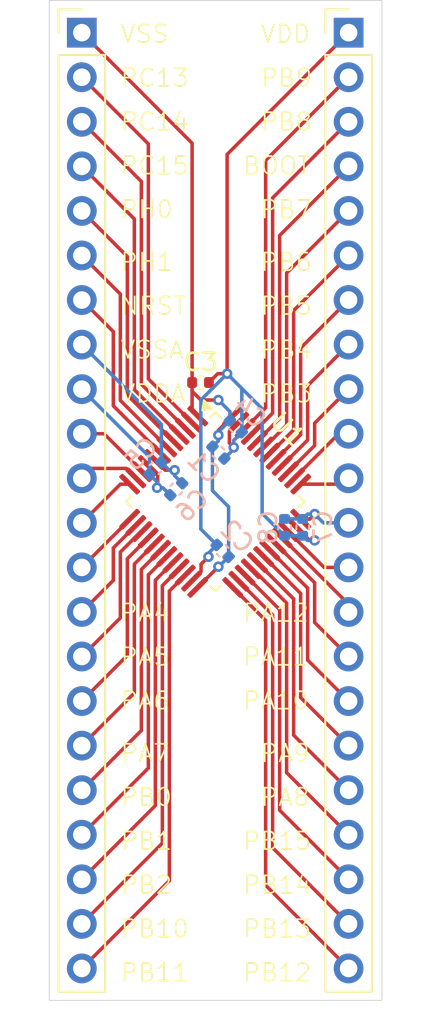
<source format=kicad_pcb>
(kicad_pcb (version 20240108) (generator "pcbnew") (generator_version "8.0")
  (layers (0 "F.Cu" signal) (31 "B.Cu" signal) (34 "B.Paste" user) (35 "F.Paste" user) (36 "B.SilkS" user "B.Silkscreen") (37 "F.SilkS" user "F.Silkscreen") (38 "B.Mask" user) (39 "F.Mask" user) (44 "Edge.Cuts" user))
  (net 0 "")
  (net 1 "VSS")
  (net 2 "VDD")
  (net 3 "VDDA")
  (net 4 "VSSA")
  (net 5 "VDDUSB")
  (net 6 "/PC14")
  (net 7 "/PB1")
  (net 8 "/PB10")
  (net 9 "/PB11")
  (net 10 "/PA5")
  (net 11 "/PA1")
  (net 12 "/PA4")
  (net 13 "/PA7")
  (net 14 "/NRST")
  (net 15 "/PB0")
  (net 16 "/PA0")
  (net 17 "/PA2")
  (net 18 "/PH1")
  (net 19 "/PA3")
  (net 20 "/PA6")
  (net 21 "/PC13")
  (net 22 "/PH0")
  (net 23 "/PB2")
  (net 24 "/PC15")
  (net 25 "/PA11")
  (net 26 "/PB6")
  (net 27 "/PA9")
  (net 28 "/PB9")
  (net 29 "/PA15")
  (net 30 "/PB7")
  (net 31 "/PB12")
  (net 32 "/PB13")
  (net 33 "/PA8")
  (net 34 "/PB4")
  (net 35 "/PB3")
  (net 36 "/PA12")
  (net 37 "/PH3")
  (net 38 "/PB8")
  (net 39 "/PA14")
  (net 40 "/PB5")
  (net 41 "/PA10")
  (net 42 "/PA13")
  (net 43 "/PB15")
  (net 44 "/PB14")
  (footprint "Package_QFP:LQFP-48_7x7mm_P0.5mm" (layer "F.Cu") (at 139.475608 98.571814 -45)
    (property "Reference" "U1" (at 0 -5.85 135) (layer "F.SilkS"))
    (property "Value" "STM32L452CETx")
    (fp_line (start -3.61 3.61) (end -3.61 3.16) (stroke (width 0.12)) (layer "F.SilkS"))
    (fp_line (start -3.16 3.61) (end -3.61 3.61) (stroke (width 0.12)) (layer "F.SilkS"))
    (fp_line (start 3.16 3.61) (end 3.61 3.61) (stroke (width 0.12)) (layer "F.SilkS"))
    (fp_line (start -3.61 -3.61) (end -3.61 -3.16) (stroke (width 0.12)) (layer "F.SilkS"))
    (fp_line (start 3.61 3.61) (end 3.61 3.16) (stroke (width 0.12)) (layer "F.SilkS"))
    (fp_line (start -3.16 -3.61) (end -3.61 -3.61) (stroke (width 0.12)) (layer "F.SilkS"))
    (fp_line (start 3.16 -3.61) (end 3.61 -3.61) (stroke (width 0.12)) (layer "F.SilkS"))
    (fp_line (start 3.61 -3.61) (end 3.61 -3.16) (stroke (width 0.12)) (layer "F.SilkS"))
    (fp_poly (pts (xy -4.2 -3.16) (xy -4.54 -3.63) (xy -3.86 -3.63) (xy -4.2 -3.16)) (stroke (width 0.12)) (fill solid) (layer "F.SilkS"))
    (pad "1" smd roundrect (at -4.1625 -2.75 315) (size 1.475 0.3) (layers "F.Cu" "F.Paste" "F.Mask") (net 2 "VDD"))
    (pad "2" smd roundrect (at -4.1625 -2.25 315) (size 1.475 0.3) (layers "F.Cu" "F.Paste" "F.Mask") (net 21 "/PC13"))
    (pad "3" smd roundrect (at -4.1625 -1.75 315) (size 1.475 0.3) (layers "F.Cu" "F.Paste" "F.Mask") (net 6 "/PC14"))
    (pad "4" smd roundrect (at -4.1625 -1.249999 315) (size 1.475 0.3) (layers "F.Cu" "F.Paste" "F.Mask") (net 24 "/PC15"))
    (pad "5" smd roundrect (at -4.1625 -0.75 315) (size 1.475 0.3) (layers "F.Cu" "F.Paste" "F.Mask") (net 22 "/PH0"))
    (pad "6" smd roundrect (at -4.1625 -0.25 315) (size 1.475 0.3) (layers "F.Cu" "F.Paste" "F.Mask") (net 18 "/PH1"))
    (pad "7" smd roundrect (at -4.1625 0.25 315) (size 1.475 0.3) (layers "F.Cu" "F.Paste" "F.Mask") (net 14 "/NRST"))
    (pad "8" smd roundrect (at -4.1625 0.75 315) (size 1.475 0.3) (layers "F.Cu" "F.Paste" "F.Mask") (net 4 "VSSA"))
    (pad "9" smd roundrect (at -4.1625 1.249999 315) (size 1.475 0.3) (layers "F.Cu" "F.Paste" "F.Mask") (net 3 "VDDA"))
    (pad "10" smd roundrect (at -4.1625 1.75 315) (size 1.475 0.3) (layers "F.Cu" "F.Paste" "F.Mask") (net 16 "/PA0"))
    (pad "11" smd roundrect (at -4.1625 2.25 315) (size 1.475 0.3) (layers "F.Cu" "F.Paste" "F.Mask") (net 11 "/PA1"))
    (pad "12" smd roundrect (at -4.1625 2.75 315) (size 1.475 0.3) (layers "F.Cu" "F.Paste" "F.Mask") (net 17 "/PA2"))
    (pad "13" smd roundrect (at -2.75 4.1625 315) (size 0.3 1.475) (layers "F.Cu" "F.Paste" "F.Mask") (net 19 "/PA3"))
    (pad "14" smd roundrect (at -2.25 4.1625 315) (size 0.3 1.475) (layers "F.Cu" "F.Paste" "F.Mask") (net 12 "/PA4"))
    (pad "15" smd roundrect (at -1.75 4.1625 315) (size 0.3 1.475) (layers "F.Cu" "F.Paste" "F.Mask") (net 10 "/PA5"))
    (pad "16" smd roundrect (at -1.249999 4.1625 315) (size 0.3 1.475) (layers "F.Cu" "F.Paste" "F.Mask") (net 20 "/PA6"))
    (pad "17" smd roundrect (at -0.75 4.1625 315) (size 0.3 1.475) (layers "F.Cu" "F.Paste" "F.Mask") (net 13 "/PA7"))
    (pad "18" smd roundrect (at -0.25 4.1625 315) (size 0.3 1.475) (layers "F.Cu" "F.Paste" "F.Mask") (net 15 "/PB0"))
    (pad "19" smd roundrect (at 0.25 4.1625 315) (size 0.3 1.475) (layers "F.Cu" "F.Paste" "F.Mask") (net 7 "/PB1"))
    (pad "20" smd roundrect (at 0.75 4.1625 315) (size 0.3 1.475) (layers "F.Cu" "F.Paste" "F.Mask") (net 23 "/PB2"))
    (pad "21" smd roundrect (at 1.249999 4.1625 315) (size 0.3 1.475) (layers "F.Cu" "F.Paste" "F.Mask") (net 8 "/PB10"))
    (pad "22" smd roundrect (at 1.75 4.1625 315) (size 0.3 1.475) (layers "F.Cu" "F.Paste" "F.Mask") (net 9 "/PB11"))
    (pad "23" smd roundrect (at 2.25 4.1625 315) (size 0.3 1.475) (layers "F.Cu" "F.Paste" "F.Mask") (net 1 "VSS"))
    (pad "24" smd roundrect (at 2.75 4.1625 315) (size 0.3 1.475) (layers "F.Cu" "F.Paste" "F.Mask") (net 2 "VDD"))
    (pad "25" smd roundrect (at 4.1625 2.75 315) (size 1.475 0.3) (layers "F.Cu" "F.Paste" "F.Mask") (net 31 "/PB12"))
    (pad "26" smd roundrect (at 4.1625 2.25 315) (size 1.475 0.3) (layers "F.Cu" "F.Paste" "F.Mask") (net 32 "/PB13"))
    (pad "27" smd roundrect (at 4.1625 1.75 315) (size 1.475 0.3) (layers "F.Cu" "F.Paste" "F.Mask") (net 44 "/PB14"))
    (pad "28" smd roundrect (at 4.1625 1.249999 315) (size 1.475 0.3) (layers "F.Cu" "F.Paste" "F.Mask") (net 43 "/PB15"))
    (pad "29" smd roundrect (at 4.1625 0.75 315) (size 1.475 0.3) (layers "F.Cu" "F.Paste" "F.Mask") (net 33 "/PA8"))
    (pad "30" smd roundrect (at 4.1625 0.25 315) (size 1.475 0.3) (layers "F.Cu" "F.Paste" "F.Mask") (net 27 "/PA9"))
    (pad "31" smd roundrect (at 4.1625 -0.25 315) (size 1.475 0.3) (layers "F.Cu" "F.Paste" "F.Mask") (net 41 "/PA10"))
    (pad "32" smd roundrect (at 4.1625 -0.75 315) (size 1.475 0.3) (layers "F.Cu" "F.Paste" "F.Mask") (net 25 "/PA11"))
    (pad "33" smd roundrect (at 4.1625 -1.249999 315) (size 1.475 0.3) (layers "F.Cu" "F.Paste" "F.Mask") (net 36 "/PA12"))
    (pad "34" smd roundrect (at 4.1625 -1.75 315) (size 1.475 0.3) (layers "F.Cu" "F.Paste" "F.Mask") (net 42 "/PA13"))
    (pad "35" smd roundrect (at 4.1625 -2.25 315) (size 1.475 0.3) (layers "F.Cu" "F.Paste" "F.Mask") (net 1 "VSS"))
    (pad "36" smd roundrect (at 4.1625 -2.75 315) (size 1.475 0.3) (layers "F.Cu" "F.Paste" "F.Mask") (net 5 "VDDUSB"))
    (pad "37" smd roundrect (at 2.75 -4.1625 315) (size 0.3 1.475) (layers "F.Cu" "F.Paste" "F.Mask") (net 39 "/PA14"))
    (pad "38" smd roundrect (at 2.25 -4.1625 315) (size 0.3 1.475) (layers "F.Cu" "F.Paste" "F.Mask") (net 29 "/PA15"))
    (pad "39" smd roundrect (at 1.75 -4.1625 315) (size 0.3 1.475) (layers "F.Cu" "F.Paste" "F.Mask") (net 35 "/PB3"))
    (pad "40" smd roundrect (at 1.249999 -4.1625 315) (size 0.3 1.475) (layers "F.Cu" "F.Paste" "F.Mask") (net 34 "/PB4"))
    (pad "41" smd roundrect (at 0.75 -4.1625 315) (size 0.3 1.475) (layers "F.Cu" "F.Paste" "F.Mask") (net 40 "/PB5"))
    (pad "42" smd roundrect (at 0.25 -4.1625 315) (size 0.3 1.475) (layers "F.Cu" "F.Paste" "F.Mask") (net 26 "/PB6"))
    (pad "43" smd roundrect (at -0.25 -4.1625 315) (size 0.3 1.475) (layers "F.Cu" "F.Paste" "F.Mask") (net 30 "/PB7"))
    (pad "44" smd roundrect (at -0.75 -4.1625 315) (size 0.3 1.475) (layers "F.Cu" "F.Paste" "F.Mask") (net 37 "/PH3"))
    (pad "45" smd roundrect (at -1.249999 -4.1625 315) (size 0.3 1.475) (layers "F.Cu" "F.Paste" "F.Mask") (net 38 "/PB8"))
    (pad "46" smd roundrect (at -1.75 -4.1625 315) (size 0.3 1.475) (layers "F.Cu" "F.Paste" "F.Mask") (net 28 "/PB9"))
    (pad "47" smd roundrect (at -2.25 -4.1625 315) (size 0.3 1.475) (layers "F.Cu" "F.Paste" "F.Mask") (net 1 "VSS"))
    (pad "48" smd roundrect (at -2.75 -4.1625 315) (size 0.3 1.475) (layers "F.Cu" "F.Paste" "F.Mask") (net 2 "VDD"))
  )
  (footprint "Connector_PinHeader_2.54mm:PinHeader_1x22_P2.54mm_Vertical" (layer "F.Cu") (at 147.095608 71.837709)
    (property "Reference" "J2" (hide yes))
    (property "Value" "Conn_01x22")
    (fp_line (start -1.33 -1.33) (end 0 -1.33) (stroke (width 0.12)) (layer "F.SilkS"))
    (fp_line (start -1.33 0) (end -1.33 -1.33) (stroke (width 0.12)) (layer "F.SilkS"))
    (fp_line (start -1.33 1.27) (end -1.33 54.67) (stroke (width 0.12)) (layer "F.SilkS"))
    (fp_line (start -1.33 1.27) (end 1.33 1.27) (stroke (width 0.12)) (layer "F.SilkS"))
    (fp_line (start -1.33 54.67) (end 1.33 54.67) (stroke (width 0.12)) (layer "F.SilkS"))
    (fp_line (start 1.33 1.27) (end 1.33 54.67) (stroke (width 0.12)) (layer "F.SilkS"))
    (pad "1" thru_hole rect (at 0 0) (size 1.7 1.7) (drill 1) (layers "*.Cu" "*.Mask") (net 1 "VSS"))
    (pad "2" thru_hole oval (at 0 2.54) (size 1.7 1.7) (drill 1) (layers "*.Cu" "*.Mask") (net 28 "/PB9"))
    (pad "3" thru_hole oval (at 0 5.08) (size 1.7 1.7) (drill 1) (layers "*.Cu" "*.Mask") (net 38 "/PB8"))
    (pad "4" thru_hole oval (at 0 7.62) (size 1.7 1.7) (drill 1) (layers "*.Cu" "*.Mask") (net 37 "/PH3"))
    (pad "5" thru_hole oval (at 0 10.16) (size 1.7 1.7) (drill 1) (layers "*.Cu" "*.Mask") (net 30 "/PB7"))
    (pad "6" thru_hole oval (at 0 12.7) (size 1.7 1.7) (drill 1) (layers "*.Cu" "*.Mask") (net 26 "/PB6"))
    (pad "7" thru_hole oval (at 0 15.24) (size 1.7 1.7) (drill 1) (layers "*.Cu" "*.Mask") (net 40 "/PB5"))
    (pad "8" thru_hole oval (at 0 17.78) (size 1.7 1.7) (drill 1) (layers "*.Cu" "*.Mask") (net 34 "/PB4"))
    (pad "9" thru_hole oval (at 0 20.32) (size 1.7 1.7) (drill 1) (layers "*.Cu" "*.Mask") (net 35 "/PB3"))
    (pad "10" thru_hole oval (at 0 22.86) (size 1.7 1.7) (drill 1) (layers "*.Cu" "*.Mask") (net 29 "/PA15"))
    (pad "11" thru_hole oval (at 0 25.4) (size 1.7 1.7) (drill 1) (layers "*.Cu" "*.Mask") (net 39 "/PA14"))
    (pad "12" thru_hole oval (at 0 27.94) (size 1.7 1.7) (drill 1) (layers "*.Cu" "*.Mask") (net 5 "VDDUSB"))
    (pad "13" thru_hole oval (at 0 30.48) (size 1.7 1.7) (drill 1) (layers "*.Cu" "*.Mask") (net 42 "/PA13"))
    (pad "14" thru_hole oval (at 0 33.02) (size 1.7 1.7) (drill 1) (layers "*.Cu" "*.Mask") (net 36 "/PA12"))
    (pad "15" thru_hole oval (at 0 35.56) (size 1.7 1.7) (drill 1) (layers "*.Cu" "*.Mask") (net 25 "/PA11"))
    (pad "16" thru_hole oval (at 0 38.1) (size 1.7 1.7) (drill 1) (layers "*.Cu" "*.Mask") (net 41 "/PA10"))
    (pad "17" thru_hole oval (at 0 40.64) (size 1.7 1.7) (drill 1) (layers "*.Cu" "*.Mask") (net 27 "/PA9"))
    (pad "18" thru_hole oval (at 0 43.18) (size 1.7 1.7) (drill 1) (layers "*.Cu" "*.Mask") (net 33 "/PA8"))
    (pad "19" thru_hole oval (at 0 45.72) (size 1.7 1.7) (drill 1) (layers "*.Cu" "*.Mask") (net 43 "/PB15"))
    (pad "20" thru_hole oval (at 0 48.26) (size 1.7 1.7) (drill 1) (layers "*.Cu" "*.Mask") (net 44 "/PB14"))
    (pad "21" thru_hole oval (at 0 50.8) (size 1.7 1.7) (drill 1) (layers "*.Cu" "*.Mask") (net 32 "/PB13"))
    (pad "22" thru_hole oval (at 0 53.34) (size 1.7 1.7) (drill 1) (layers "*.Cu" "*.Mask") (net 31 "/PB12"))
  )
  (footprint "Connector_PinHeader_2.54mm:PinHeader_1x22_P2.54mm_Vertical" (layer "F.Cu") (at 131.855608 71.837709)
    (property "Reference" "J1" (hide yes))
    (property "Value" "Conn_01x22")
    (fp_line (start -1.33 -1.33) (end 0 -1.33) (stroke (width 0.12)) (layer "F.SilkS"))
    (fp_line (start -1.33 0) (end -1.33 -1.33) (stroke (width 0.12)) (layer "F.SilkS"))
    (fp_line (start -1.33 1.27) (end -1.33 54.67) (stroke (width 0.12)) (layer "F.SilkS"))
    (fp_line (start -1.33 1.27) (end 1.33 1.27) (stroke (width 0.12)) (layer "F.SilkS"))
    (fp_line (start -1.33 54.67) (end 1.33 54.67) (stroke (width 0.12)) (layer "F.SilkS"))
    (fp_line (start 1.33 1.27) (end 1.33 54.67) (stroke (width 0.12)) (layer "F.SilkS"))
    (pad "1" thru_hole rect (at 0 0) (size 1.7 1.7) (drill 1) (layers "*.Cu" "*.Mask") (net 2 "VDD"))
    (pad "2" thru_hole oval (at 0 2.54) (size 1.7 1.7) (drill 1) (layers "*.Cu" "*.Mask") (net 21 "/PC13"))
    (pad "3" thru_hole oval (at 0 5.08) (size 1.7 1.7) (drill 1) (layers "*.Cu" "*.Mask") (net 6 "/PC14"))
    (pad "4" thru_hole oval (at 0 7.62) (size 1.7 1.7) (drill 1) (layers "*.Cu" "*.Mask") (net 24 "/PC15"))
    (pad "5" thru_hole oval (at 0 10.16) (size 1.7 1.7) (drill 1) (layers "*.Cu" "*.Mask") (net 22 "/PH0"))
    (pad "6" thru_hole oval (at 0 12.7) (size 1.7 1.7) (drill 1) (layers "*.Cu" "*.Mask") (net 18 "/PH1"))
    (pad "7" thru_hole oval (at 0 15.24) (size 1.7 1.7) (drill 1) (layers "*.Cu" "*.Mask") (net 14 "/NRST"))
    (pad "8" thru_hole oval (at 0 17.78) (size 1.7 1.7) (drill 1) (layers "*.Cu" "*.Mask") (net 4 "VSSA"))
    (pad "9" thru_hole oval (at 0 20.32) (size 1.7 1.7) (drill 1) (layers "*.Cu" "*.Mask") (net 3 "VDDA"))
    (pad "10" thru_hole oval (at 0 22.86) (size 1.7 1.7) (drill 1) (layers "*.Cu" "*.Mask") (net 16 "/PA0"))
    (pad "11" thru_hole oval (at 0 25.4) (size 1.7 1.7) (drill 1) (layers "*.Cu" "*.Mask") (net 11 "/PA1"))
    (pad "12" thru_hole oval (at 0 27.94) (size 1.7 1.7) (drill 1) (layers "*.Cu" "*.Mask") (net 17 "/PA2"))
    (pad "13" thru_hole oval (at 0 30.48) (size 1.7 1.7) (drill 1) (layers "*.Cu" "*.Mask") (net 19 "/PA3"))
    (pad "14" thru_hole oval (at 0 33.02) (size 1.7 1.7) (drill 1) (layers "*.Cu" "*.Mask") (net 12 "/PA4"))
    (pad "15" thru_hole oval (at 0 35.56) (size 1.7 1.7) (drill 1) (layers "*.Cu" "*.Mask") (net 10 "/PA5"))
    (pad "16" thru_hole oval (at 0 38.1) (size 1.7 1.7) (drill 1) (layers "*.Cu" "*.Mask") (net 20 "/PA6"))
    (pad "17" thru_hole oval (at 0 40.64) (size 1.7 1.7) (drill 1) (layers "*.Cu" "*.Mask") (net 13 "/PA7"))
    (pad "18" thru_hole oval (at 0 43.18) (size 1.7 1.7) (drill 1) (layers "*.Cu" "*.Mask") (net 15 "/PB0"))
    (pad "19" thru_hole oval (at 0 45.72) (size 1.7 1.7) (drill 1) (layers "*.Cu" "*.Mask") (net 7 "/PB1"))
    (pad "20" thru_hole oval (at 0 48.26) (size 1.7 1.7) (drill 1) (layers "*.Cu" "*.Mask") (net 23 "/PB2"))
    (pad "21" thru_hole oval (at 0 50.8) (size 1.7 1.7) (drill 1) (layers "*.Cu" "*.Mask") (net 8 "/PB10"))
    (pad "22" thru_hole oval (at 0 53.34) (size 1.7 1.7) (drill 1) (layers "*.Cu" "*.Mask") (net 9 "/PB11"))
  )
  (footprint "Capacitor_SMD:C_0402_1005Metric" (layer "F.Cu") (at 138.636377 91.777709)
    (property "Reference" "C3" (at 0 -1.16 0) (layer "F.SilkS"))
    (property "Value" "100n")
    (fp_line (start -0.107836 -0.36) (end 0.107836 -0.36) (stroke (width 0.12)) (layer "F.SilkS"))
    (fp_line (start -0.107836 0.36) (end 0.107836 0.36) (stroke (width 0.12)) (layer "F.SilkS"))
    (pad "1" smd roundrect (at -0.48 0) (size 0.56 0.62) (layers "F.Cu" "F.Paste" "F.Mask") (net 2 "VDD"))
    (pad "2" smd roundrect (at 0.48 0) (size 0.56 0.62) (layers "F.Cu" "F.Paste" "F.Mask") (net 1 "VSS"))
  )
  (footprint "Capacitor_SMD:C_0402_1005Metric" (layer "B.Cu") (at 139.901428 101.377396 135)
    (property "Reference" "C2" (at 0 1.16 -45) (layer "B.SilkS") (effects (justify mirror)))
    (property "Value" "100n")
    (fp_line (start 0.107836 -0.36) (end -0.107836 -0.36) (stroke (width 0.12)) (layer "B.SilkS"))
    (fp_line (start 0.107836 0.36) (end -0.107836 0.36) (stroke (width 0.12)) (layer "B.SilkS"))
    (pad "1" smd roundrect (at -0.48 0 135) (size 0.56 0.62) (layers "B.Cu" "B.Paste" "B.Mask") (net 2 "VDD"))
    (pad "2" smd roundrect (at 0.48 0 135) (size 0.56 0.62) (layers "B.Cu" "B.Paste" "B.Mask") (net 1 "VSS"))
  )
  (footprint "Capacitor_SMD:C_0402_1005Metric" (layer "B.Cu") (at 144.473858 100.034295 90)
    (property "Reference" "C7" (at 0 1.16 -90) (layer "B.SilkS") (effects (justify mirror)))
    (property "Value" "100n")
    (fp_line (start 0.107836 -0.36) (end -0.107836 -0.36) (stroke (width 0.12)) (layer "B.SilkS"))
    (fp_line (start 0.107836 0.36) (end -0.107836 0.36) (stroke (width 0.12)) (layer "B.SilkS"))
    (pad "1" smd roundrect (at -0.48 0 90) (size 0.56 0.62) (layers "B.Cu" "B.Paste" "B.Mask") (net 1 "VSS"))
    (pad "2" smd roundrect (at 0.48 0 90) (size 0.56 0.62) (layers "B.Cu" "B.Paste" "B.Mask") (net 5 "VDDUSB"))
  )
  (footprint "Capacitor_SMD:C_0402_1005Metric" (layer "B.Cu") (at 136.059892 96.666003 -135)
    (property "Reference" "C5" (at 0 1.16 -135) (layer "B.SilkS") (effects (justify mirror)))
    (property "Value" "1u")
    (fp_line (start 0.107836 0.36) (end -0.107836 0.36) (stroke (width 0.12)) (layer "B.SilkS"))
    (fp_line (start 0.107836 -0.36) (end -0.107836 -0.36) (stroke (width 0.12)) (layer "B.SilkS"))
    (pad "1" smd roundrect (at -0.48 0 225) (size 0.56 0.62) (layers "B.Cu" "B.Paste" "B.Mask") (net 4 "VSSA"))
    (pad "2" smd roundrect (at 0.48 0 225) (size 0.56 0.62) (layers "B.Cu" "B.Paste" "B.Mask") (net 3 "VDDA"))
  )
  (footprint "Capacitor_SMD:C_0402_1005Metric" (layer "B.Cu") (at 143.432963 100.034295 90)
    (property "Reference" "C8" (at 0 -0.932963 -90) (layer "B.SilkS") (effects (justify mirror)))
    (property "Value" "10u")
    (fp_line (start 0.107836 -0.36) (end -0.107836 -0.36) (stroke (width 0.12)) (layer "B.SilkS"))
    (fp_line (start 0.107836 0.36) (end -0.107836 0.36) (stroke (width 0.12)) (layer "B.SilkS"))
    (pad "1" smd roundrect (at -0.48 0 90) (size 0.56 0.62) (layers "B.Cu" "B.Paste" "B.Mask") (net 1 "VSS"))
    (pad "2" smd roundrect (at 0.48 0 90) (size 0.56 0.62) (layers "B.Cu" "B.Paste" "B.Mask") (net 5 "VDDUSB"))
  )
  (footprint "Capacitor_SMD:C_0402_1005Metric" (layer "B.Cu") (at 140.656377 94.277709 135)
    (property "Reference" "C4" (at 0 1.16 -45) (layer "B.SilkS") (effects (justify mirror)))
    (property "Value" "10u")
    (fp_line (start 0.107836 -0.36) (end -0.107836 -0.36) (stroke (width 0.12)) (layer "B.SilkS"))
    (fp_line (start 0.107836 0.36) (end -0.107836 0.36) (stroke (width 0.12)) (layer "B.SilkS"))
    (pad "1" smd roundrect (at -0.48 0 135) (size 0.56 0.62) (layers "B.Cu" "B.Paste" "B.Mask") (net 1 "VSS"))
    (pad "2" smd roundrect (at 0.48 0 135) (size 0.56 0.62) (layers "B.Cu" "B.Paste" "B.Mask") (net 2 "VDD"))
  )
  (footprint "Capacitor_SMD:C_0402_1005Metric" (layer "B.Cu") (at 139.656377 95.777709 -45)
    (property "Reference" "C1" (at 0 1.16 135) (layer "B.SilkS") (effects (justify mirror)))
    (property "Value" "100n")
    (fp_line (start 0.107836 0.36) (end -0.107836 0.36) (stroke (width 0.12)) (layer "B.SilkS"))
    (fp_line (start 0.107836 -0.36) (end -0.107836 -0.36) (stroke (width 0.12)) (layer "B.SilkS"))
    (pad "1" smd roundrect (at -0.48 0 315) (size 0.56 0.62) (layers "B.Cu" "B.Paste" "B.Mask") (net 2 "VDD"))
    (pad "2" smd roundrect (at 0.48 0 315) (size 0.56 0.62) (layers "B.Cu" "B.Paste" "B.Mask") (net 1 "VSS"))
  )
  (footprint "Capacitor_SMD:C_0402_1005Metric" (layer "B.Cu") (at 137.249195 97.859695 -135)
    (property "Reference" "C6" (at 0.007659 -1.290608 -135) (layer "B.SilkS") (effects (justify mirror)))
    (property "Value" "10n")
    (fp_line (start 0.107836 0.36) (end -0.107836 0.36) (stroke (width 0.12)) (layer "B.SilkS"))
    (fp_line (start 0.107836 -0.36) (end -0.107836 -0.36) (stroke (width 0.12)) (layer "B.SilkS"))
    (pad "1" smd roundrect (at -0.48 0 225) (size 0.56 0.62) (layers "B.Cu" "B.Paste" "B.Mask") (net 4 "VSSA"))
    (pad "2" smd roundrect (at 0.48 0 225) (size 0.56 0.62) (layers "B.Cu" "B.Paste" "B.Mask") (net 3 "VDDA"))
  )
  (gr_rect (start 130 70) (end 149 127) (stroke (width 0.05)) (fill none) (layer "Edge.Cuts"))
  (gr_text "PH0" (at 134 82.5 0) (layer "F.SilkS") (effects (font (size 1 1) (thickness 0.1)) (justify left bottom)))
  (gr_text "PB6" (at 142 85.5 0) (layer "F.SilkS") (effects (font (size 1 1) (thickness 0.1)) (justify left bottom)))
  (gr_text "VSS" (at 134 72.5 0) (layer "F.SilkS") (effects (font (size 1 1) (thickness 0.1)) (justify left bottom)))
  (gr_text "BOOT" (at 141 80 0) (layer "F.SilkS") (effects (font (size 1 1) (thickness 0.1)) (justify left bottom)))
  (gr_text "PA11" (at 141 108 0) (layer "F.SilkS") (effects (font (size 1 1) (thickness 0.1)) (justify left bottom)))
  (gr_text "PA4" (at 134 105.5 0) (layer "F.SilkS") (effects (font (size 1 1) (thickness 0.1)) (justify left bottom)))
  (gr_text "PC13" (at 134 75 0) (layer "F.SilkS") (effects (font (size 1 1) (thickness 0.1)) (justify left bottom)))
  (gr_text "VDD" (at 142 72.5 0) (layer "F.SilkS") (effects (font (size 1 1) (thickness 0.1)) (justify left bottom)))
  (gr_text "PA5" (at 134 108 0) (layer "F.SilkS") (effects (font (size 1 1) (thickness 0.1)) (justify left bottom)))
  (gr_text "PB14" (at 141 121 0) (layer "F.SilkS") (effects (font (size 1 1) (thickness 0.1)) (justify left bottom)))
  (gr_text "PB4" (at 142 90.5 0) (layer "F.SilkS") (effects (font (size 1 1) (thickness 0.1)) (justify left bottom)))
  (gr_text "PA12" (at 141 105.5 0) (layer "F.SilkS") (effects (font (size 1 1) (thickness 0.1)) (justify left bottom)))
  (gr_text "PB12" (at 141 126 0) (layer "F.SilkS") (effects (font (size 1 1) (thickness 0.1)) (justify left bottom)))
  (gr_text "PB0" (at 134 116 0) (layer "F.SilkS") (effects (font (size 1 1) (thickness 0.1)) (justify left bottom)))
  (gr_text "PA6" (at 134 110.5 0) (layer "F.SilkS") (effects (font (size 1 1) (thickness 0.1)) (justify left bottom)))
  (gr_text "VDDA" (at 134 93 0) (layer "F.SilkS") (effects (font (size 1 1) (thickness 0.1)) (justify left bottom)))
  (gr_text "PB1" (at 134 118.5 0) (layer "F.SilkS") (effects (font (size 1 1) (thickness 0.1)) (justify left bottom)))
  (gr_text "PB13" (at 141 123.5 0) (layer "F.SilkS") (effects (font (size 1 1) (thickness 0.1)) (justify left bottom)))
  (gr_text "PC15" (at 134 80 0) (layer "F.SilkS") (effects (font (size 1 1) (thickness 0.1)) (justify left bottom)))
  (gr_text "PB11" (at 134 126 0) (layer "F.SilkS") (effects (font (size 1 1) (thickness 0.1)) (justify left bottom)))
  (gr_text "PA10" (at 141 110.5 0) (layer "F.SilkS") (effects (font (size 1 1) (thickness 0.1)) (justify left bottom)))
  (gr_text "PA8" (at 142 116 0) (layer "F.SilkS") (effects (font (size 1 1) (thickness 0.1)) (justify left bottom)))
  (gr_text "PB5" (at 142 88 0) (layer "F.SilkS") (effects (font (size 1 1) (thickness 0.1)) (justify left bottom)))
  (gr_text "PA7" (at 134 113.5 0) (layer "F.SilkS") (effects (font (size 1 1) (thickness 0.1)) (justify left bottom)))
  (gr_text "PB9" (at 142 75 0) (layer "F.SilkS") (effects (font (size 1 1) (thickness 0.1)) (justify left bottom)))
  (gr_text "PB15" (at 141 118.5 0) (layer "F.SilkS") (effects (font (size 1 1) (thickness 0.1)) (justify left bottom)))
  (gr_text "NRST" (at 134 88 0) (layer "F.SilkS") (effects (font (size 1 1) (thickness 0.1)) (justify left bottom)))
  (gr_text "PB7" (at 142 82.5 0) (layer "F.SilkS") (effects (font (size 1 1) (thickness 0.1)) (justify left bottom)))
  (gr_text "PA9" (at 142 113.5 0) (layer "F.SilkS") (effects (font (size 1 1) (thickness 0.1)) (justify left bottom)))
  (gr_text "PB10" (at 134 123.5 0) (layer "F.SilkS") (effects (font (size 1 1) (thickness 0.1)) (justify left bottom)))
  (gr_text "PB8" (at 142 77.5 0) (layer "F.SilkS") (effects (font (size 1 1) (thickness 0.1)) (justify left bottom)))
  (gr_text "PB3" (at 142 93 0) (layer "F.SilkS") (effects (font (size 1 1) (thickness 0.1)) (justify left bottom)))
  (gr_text "PH1" (at 134 85.5 0) (layer "F.SilkS") (effects (font (size 1 1) (thickness 0.1)) (justify left bottom)))
  (gr_text "VSSA" (at 134 90.5 0) (layer "F.SilkS") (effects (font (size 1 1) (thickness 0.1)) (justify left bottom)))
  (gr_text "PB2" (at 134 121 0) (layer "F.SilkS") (effects (font (size 1 1) (thickness 0.1)) (justify left bottom)))
  (gr_text "PC14" (at 134 77.5 0) (layer "F.SilkS") (effects (font (size 1 1) (thickness 0.1)) (justify left bottom)))
  (segment (start 138.123266 103.106136) (end 138.667674 102.561728) (width 0.2) (layer "F.Cu") (net 1))
  (segment (start 144.00993 99.924156) (end 144.863483 100.777709) (width 0.2) (layer "F.Cu") (net 1))
  (segment (start 138.667674 102.135038) (end 139.09069 101.712022) (width 0.2) (layer "F.Cu") (net 1))
  (segment (start 140.283542 95.226527) (end 140.533413 95.476398) (width 0.2) (layer "F.Cu") (net 1))
  (segment (start 138.667674 102.561728) (end 138.667674 102.135038) (width 0.2) (layer "F.Cu") (net 1))
  (segment (start 140.156377 91.277709) (end 140.156377 78.77694) (width 0.2) (layer "F.Cu") (net 1))
  (segment (start 140.156377 91.277709) (end 139.616377 91.277709) (width 0.2) (layer "F.Cu") (net 1))
  (segment (start 140.283542 94.5819) (end 140.283542 95.226527) (width 0.2) (layer "F.Cu") (net 1))
  (segment (start 140.156377 78.77694) (end 147.095608 71.837709) (width 0.2) (layer "F.Cu") (net 1))
  (segment (start 144.863483 100.777709) (end 145.156377 100.777709) (width 0.2) (layer "F.Cu") (net 1))
  (segment (start 139.616377 91.277709) (end 139.116377 91.777709) (width 0.2) (layer "F.Cu") (net 1))
  (segment (start 140.82795 94.037492) (end 140.283542 94.5819) (width 0.2) (layer "F.Cu") (net 1))
  (via (at 145.156377 100.777709) (size 0.6) (drill 0.3) (layers "F.Cu" "B.Cu") (net 1))
  (via (at 139.09069 101.712022) (size 0.6) (drill 0.3) (layers "F.Cu" "B.Cu") (net 1))
  (via (at 140.533413 95.476398) (size 0.6) (drill 0.3) (layers "F.Cu" "B.Cu") (net 1))
  (via (at 140.156377 91.277709) (size 0.6) (drill 0.3) (layers "F.Cu" "B.Cu") (net 1))
  (segment (start 144.473858 100.514295) (end 143.432963 100.514295) (width 0.2) (layer "B.Cu") (net 1))
  (segment (start 144.737272 100.777709) (end 144.473858 100.514295) (width 0.2) (layer "B.Cu") (net 1))
  (segment (start 140.533413 95.579495) (end 139.995788 96.11712) (width 0.2) (layer "B.Cu") (net 1))
  (segment (start 142.156377 99.237709) (end 142.156377 93.277709) (width 0.2) (layer "B.Cu") (net 1))
  (segment (start 145.156377 100.777709) (end 144.737272 100.777709) (width 0.2) (layer "B.Cu") (net 1))
  (segment (start 139.562017 101.037985) (end 138.655019 100.130987) (width 0.2) (layer "B.Cu") (net 1))
  (segment (start 140.533413 95.476398) (end 140.533413 95.579495) (width 0.2) (layer "B.Cu") (net 1))
  (segment (start 139.09069 101.712022) (end 139.09069 101.509312) (width 0.2) (layer "B.Cu") (net 1))
  (segment (start 138.655019 100.130987) (end 138.655019 92.779067) (width 0.2) (layer "B.Cu") (net 1))
  (segment (start 140.995788 92.11712) (end 140.156377 91.277709) (width 0.2) (layer "B.Cu") (net 1))
  (segment (start 140.533413 95.476398) (end 140.533413 95.079495) (width 0.2) (layer "B.Cu") (net 1))
  (segment (start 142.156377 93.277709) (end 140.156377 91.277709) (width 0.2) (layer "B.Cu") (net 1))
  (segment (start 140.533413 95.079495) (end 140.995788 94.61712) (width 0.2) (layer "B.Cu") (net 1))
  (segment (start 143.432963 100.514295) (end 142.156377 99.237709) (width 0.2) (layer "B.Cu") (net 1))
  (segment (start 140.995788 94.61712) (end 140.995788 92.11712) (width 0.2) (layer "B.Cu") (net 1))
  (segment (start 139.09069 101.509312) (end 139.562017 101.037985) (width 0.2) (layer "B.Cu") (net 1))
  (segment (start 138.655019 92.779067) (end 140.156377 91.277709) (width 0.2) (layer "B.Cu") (net 1))
  (segment (start 138.47682 103.45969) (end 138.47682 103.457266) (width 0.2) (layer "F.Cu") (net 2))
  (segment (start 138.656377 92.777709) (end 138.156377 92.277709) (width 0.2) (layer "F.Cu") (net 2))
  (segment (start 138.156377 78.138478) (end 131.855608 71.837709) (width 0.2) (layer "F.Cu") (net 2))
  (segment (start 140.474396 93.683938) (end 139.656377 94.501957) (width 0.2) (layer "F.Cu") (net 2))
  (segment (start 138.156377 93.363495) (end 138.47682 93.683938) (width 0.2) (layer "F.Cu") (net 2))
  (segment (start 138.47682 103.457266) (end 139.656377 102.277709) (width 0.2) (layer "F.Cu") (net 2))
  (segment (start 138.156377 92.277709) (end 138.156377 91.777709) (width 0.2) (layer "F.Cu") (net 2))
  (segment (start 138.156377 91.777709) (end 138.156377 78.138478) (width 0.2) (layer "F.Cu") (net 2))
  (segment (start 139.656377 92.777709) (end 138.656377 92.777709) (width 0.2) (layer "F.Cu") (net 2))
  (segment (start 139.656377 94.501957) (end 139.656377 94.777709) (width 0.2) (layer "F.Cu") (net 2))
  (segment (start 138.156377 91.777709) (end 138.156377 93.363495) (width 0.2) (layer "F.Cu") (net 2))
  (via (at 139.656377 94.777709) (size 0.6) (drill 0.3) (layers "F.Cu" "B.Cu") (net 2))
  (via (at 139.656377 102.277709) (size 0.6) (drill 0.3) (layers "F.Cu" "B.Cu") (net 2))
  (via (at 139.656377 92.777709) (size 0.6) (drill 0.3) (layers "F.Cu" "B.Cu") (net 2))
  (segment (start 139.656377 94.777709) (end 139.656377 95.098887) (width 0.2) (layer "B.Cu") (net 2))
  (segment (start 139.656377 94.598887) (end 140.316966 93.938298) (width 0.2) (layer "B.Cu") (net 2))
  (segment (start 140.240839 98.862171) (end 140.240839 101.716807) (width 0.2) (layer "B.Cu") (net 2))
  (segment (start 139.316966 95.438298) (end 139.316966 97.938298) (width 0.2) (layer "B.Cu") (net 2))
  (segment (start 140.316966 93.938298) (end 140.316966 93.438298) (width 0.2) (layer "B.Cu") (net 2))
  (segment (start 139.316966 97.938298) (end 140.240839 98.862171) (width 0.2) (layer "B.Cu") (net 2))
  (segment (start 139.656377 102.277709) (end 139.679937 102.277709) (width 0.2) (layer "B.Cu") (net 2))
  (segment (start 139.679937 102.277709) (end 140.240839 101.716807) (width 0.2) (layer "B.Cu") (net 2))
  (segment (start 139.656377 94.777709) (end 139.656377 94.598887) (width 0.2) (layer "B.Cu") (net 2))
  (segment (start 140.316966 93.438298) (end 139.656377 92.777709) (width 0.2) (layer "B.Cu") (net 2))
  (segment (start 139.656377 95.098887) (end 139.316966 95.438298) (width 0.2) (layer "B.Cu") (net 2))
  (segment (start 135.648393 96.512365) (end 136.1928 97.056772) (width 0.2) (layer "F.Cu") (net 3))
  (segment (start 136.1928 97.056772) (end 136.1928 97.741286) (width 0.2) (layer "F.Cu") (net 3))
  (segment (start 136.1928 97.741286) (end 136.156377 97.777709) (width 0.2) (layer "F.Cu") (net 3))
  (via (at 136.156377 97.777709) (size 0.6) (drill 0.3) (layers "F.Cu" "B.Cu") (net 3))
  (segment (start 135.720481 97.005414) (end 135.720481 96.022582) (width 0.2) (layer "B.Cu") (net 3))
  (segment (start 136.156377 97.777709) (end 136.488387 97.777709) (width 0.2) (layer "B.Cu") (net 3))
  (segment (start 135.720481 96.022582) (end 131.855608 92.157709) (width 0.2) (layer "B.Cu") (net 3))
  (segment (start 136.156377 97.44131) (end 135.720481 97.005414) (width 0.2) (layer "B.Cu") (net 3))
  (segment (start 136.156377 97.777709) (end 136.156377 97.44131) (width 0.2) (layer "B.Cu") (net 3))
  (segment (start 136.488387 97.777709) (end 136.909784 98.199106) (width 0.2) (layer "B.Cu") (net 3))
  (segment (start 136.001946 96.158812) (end 136.620843 96.777709) (width 0.2) (layer "F.Cu") (net 4))
  (segment (start 136.620843 96.777709) (end 137.156377 96.777709) (width 0.2) (layer "F.Cu") (net 4))
  (via (at 137.156377 96.777709) (size 0.6) (drill 0.3) (layers "F.Cu" "B.Cu") (net 4))
  (segment (start 136.85042 96.777709) (end 136.399303 96.326592) (width 0.2) (layer "B.Cu") (net 4))
  (segment (start 136.399303 94.161404) (end 131.855608 89.617709) (width 0.2) (layer "B.Cu") (net 4))
  (segment (start 137.156377 96.777709) (end 136.85042 96.777709) (width 0.2) (layer "B.Cu") (net 4))
  (segment (start 137.156377 96.777709) (end 137.156377 97.088055) (width 0.2) (layer "B.Cu") (net 4))
  (segment (start 137.156377 97.088055) (end 137.588606 97.520284) (width 0.2) (layer "B.Cu") (net 4))
  (segment (start 136.399303 96.326592) (end 136.399303 94.161404) (width 0.2) (layer "B.Cu") (net 4))
  (segment (start 144.363484 99.570602) (end 144.863484 99.570602) (width 0.2) (layer "F.Cu") (net 5))
  (segment (start 144.863484 99.570602) (end 145.156377 99.277709) (width 0.2) (layer "F.Cu") (net 5))
  (via (at 145.156377 99.277709) (size 0.6) (drill 0.3) (layers "F.Cu" "B.Cu") (net 5))
  (segment (start 145.656377 99.777709) (end 147.095608 99.777709) (width 0.2) (layer "B.Cu") (net 5))
  (segment (start 145.156377 99.277709) (end 144.750444 99.277709) (width 0.2) (layer "B.Cu") (net 5))
  (segment (start 145.156377 99.277709) (end 145.656377 99.777709) (width 0.2) (layer "B.Cu") (net 5))
  (segment (start 144.750444 99.277709) (end 144.473858 99.554295) (width 0.2) (layer "B.Cu") (net 5))
  (segment (start 144.473858 99.554295) (end 143.432963 99.554295) (width 0.2) (layer "B.Cu") (net 5))
  (segment (start 135.256377 80.318478) (end 131.855608 76.917709) (width 0.2) (layer "F.Cu") (net 6))
  (segment (start 137.769713 94.391045) (end 135.256377 91.877709) (width 0.2) (layer "F.Cu") (net 6))
  (segment (start 135.256377 91.877709) (end 135.256377 80.318478) (width 0.2) (layer "F.Cu") (net 6))
  (segment (start 136.709053 101.691923) (end 135.656377 102.744599) (width 0.2) (layer "F.Cu") (net 7))
  (segment (start 135.656377 102.744599) (end 135.656377 113.75694) (width 0.2) (layer "F.Cu") (net 7))
  (segment (start 135.656377 113.75694) (end 131.855608 117.557709) (width 0.2) (layer "F.Cu") (net 7))
  (segment (start 137.416159 102.399029) (end 136.456377 103.358811) (width 0.2) (layer "F.Cu") (net 8))
  (segment (start 136.456377 103.358811) (end 136.456377 118.03694) (width 0.2) (layer "F.Cu") (net 8))
  (segment (start 136.456377 118.03694) (end 131.855608 122.637709) (width 0.2) (layer "F.Cu") (net 8))
  (segment (start 136.856377 103.665919) (end 136.856377 120.17694) (width 0.2) (layer "F.Cu") (net 9))
  (segment (start 136.856377 120.17694) (end 131.855608 125.177709) (width 0.2) (layer "F.Cu") (net 9))
  (segment (start 137.769713 102.752583) (end 136.856377 103.665919) (width 0.2) (layer "F.Cu") (net 9))
  (segment (start 134.056377 101.445461) (end 134.056377 105.19694) (width 0.2) (layer "F.Cu") (net 10))
  (segment (start 134.056377 105.19694) (end 131.855608 107.397709) (width 0.2) (layer "F.Cu") (net 10))
  (segment (start 135.224129 100.277709) (end 134.056377 101.445461) (width 0.2) (layer "F.Cu") (net 10))
  (segment (start 135.294839 100.277709) (end 135.224129 100.277709) (width 0.2) (layer "F.Cu") (net 10))
  (segment (start 134.941286 97.219472) (end 134.396879 96.675065) (width 0.2) (layer "F.Cu") (net 11))
  (segment (start 132.418252 96.675065) (end 131.855608 97.237709) (width 0.2) (layer "F.Cu") (net 11))
  (segment (start 134.396879 96.675065) (end 132.418252 96.675065) (width 0.2) (layer "F.Cu") (net 11))
  (segment (start 131.855608 104.857709) (end 133.656377 103.05694) (width 0.2) (layer "F.Cu") (net 12))
  (segment (start 133.656377 103.05694) (end 133.656377 101.209065) (width 0.2) (layer "F.Cu") (net 12))
  (segment (start 133.656377 101.209065) (end 134.941286 99.924156) (width 0.2) (layer "F.Cu") (net 12))
  (segment (start 136.001946 100.984816) (end 134.856377 102.130385) (width 0.2) (layer "F.Cu") (net 13))
  (segment (start 134.856377 109.47694) (end 131.855608 112.477709) (width 0.2) (layer "F.Cu") (net 13))
  (segment (start 134.856377 102.130385) (end 134.856377 109.47694) (width 0.2) (layer "F.Cu") (net 13))
  (segment (start 133.656377 88.878478) (end 133.656377 93.106137) (width 0.2) (layer "F.Cu") (net 14))
  (segment (start 133.656377 93.106137) (end 136.355499 95.805259) (width 0.2) (layer "F.Cu") (net 14))
  (segment (start 131.855608 87.077709) (end 133.656377 88.878478) (width 0.2) (layer "F.Cu") (net 14))
  (segment (start 136.355499 101.338369) (end 135.256377 102.437491) (width 0.2) (layer "F.Cu") (net 15))
  (segment (start 135.256377 102.437491) (end 135.256377 111.61694) (width 0.2) (layer "F.Cu") (net 15))
  (segment (start 135.256377 111.61694) (end 131.855608 115.017709) (width 0.2) (layer "F.Cu") (net 15))
  (segment (start 133.126629 94.697709) (end 131.855608 94.697709) (width 0.2) (layer "F.Cu") (net 16))
  (segment (start 135.294839 96.865919) (end 133.126629 94.697709) (width 0.2) (layer "F.Cu") (net 16))
  (segment (start 134.060291 97.573026) (end 131.855608 99.777709) (width 0.2) (layer "F.Cu") (net 17))
  (segment (start 134.587732 97.573026) (end 134.060291 97.573026) (width 0.2) (layer "F.Cu") (net 17))
  (segment (start 134.056377 86.738478) (end 131.855608 84.537709) (width 0.2) (layer "F.Cu") (net 18))
  (segment (start 136.709053 95.451705) (end 134.056377 92.799029) (width 0.2) (layer "F.Cu") (net 18))
  (segment (start 134.056377 92.799029) (end 134.056377 86.738478) (width 0.2) (layer "F.Cu") (net 18))
  (segment (start 134.587732 99.570602) (end 134.587732 99.585585) (width 0.2) (layer "F.Cu") (net 19))
  (segment (start 134.587732 99.585585) (end 131.855608 102.317709) (width 0.2) (layer "F.Cu") (net 19))
  (segment (start 134.456377 107.33694) (end 131.855608 109.937709) (width 0.2) (layer "F.Cu") (net 20))
  (segment (start 134.456377 101.823279) (end 134.456377 107.33694) (width 0.2) (layer "F.Cu") (net 20))
  (segment (start 135.648393 100.631263) (end 134.456377 101.823279) (width 0.2) (layer "F.Cu") (net 20))
  (segment (start 138.123266 94.037492) (end 135.656377 91.570603) (width 0.2) (layer "F.Cu") (net 21))
  (segment (start 135.656377 78.178478) (end 131.855608 74.377709) (width 0.2) (layer "F.Cu") (net 21))
  (segment (start 135.656377 91.570603) (end 135.656377 78.178478) (width 0.2) (layer "F.Cu") (net 21))
  (segment (start 134.456377 92.491923) (end 134.456377 84.598478) (width 0.2) (layer "F.Cu") (net 22))
  (segment (start 137.062606 95.098152) (end 134.456377 92.491923) (width 0.2) (layer "F.Cu") (net 22))
  (segment (start 134.456377 84.598478) (end 131.855608 81.997709) (width 0.2) (layer "F.Cu") (net 22))
  (segment (start 136.056377 115.89694) (end 131.855608 120.097709) (width 0.2) (layer "F.Cu") (net 23))
  (segment (start 137.062606 102.045476) (end 136.056377 103.051705) (width 0.2) (layer "F.Cu") (net 23))
  (segment (start 136.056377 103.051705) (end 136.056377 115.89694) (width 0.2) (layer "F.Cu") (net 23))
  (segment (start 137.416159 94.744599) (end 134.856377 92.184817) (width 0.2) (layer "F.Cu") (net 24))
  (segment (start 134.856377 92.184817) (end 134.856377 82.458478) (width 0.2) (layer "F.Cu") (net 24))
  (segment (start 134.856377 82.458478) (end 131.855608 79.457709) (width 0.2) (layer "F.Cu") (net 24))
  (segment (start 145.156377 103.191923) (end 142.94927 100.984816) (width 0.2) (layer "F.Cu") (net 25))
  (segment (start 147.095608 107.397709) (end 145.156377 105.458478) (width 0.2) (layer "F.Cu") (net 25))
  (segment (start 145.156377 105.458478) (end 145.156377 103.191923) (width 0.2) (layer "F.Cu") (net 25))
  (segment (start 143.956377 94.477709) (end 143.956377 87.67694) (width 0.2) (layer "F.Cu") (net 26))
  (segment (start 142.595717 95.805259) (end 142.628827 95.805259) (width 0.2) (layer "F.Cu") (net 26))
  (segment (start 142.628827 95.805259) (end 143.956377 94.477709) (width 0.2) (layer "F.Cu") (net 26))
  (segment (start 143.956377 87.67694) (end 147.095608 84.537709) (width 0.2) (layer "F.Cu") (net 26))
  (segment (start 144.356377 109.738478) (end 147.095608 112.477709) (width 0.2) (layer "F.Cu") (net 27))
  (segment (start 142.242163 101.691923) (end 144.356377 103.806137) (width 0.2) (layer "F.Cu") (net 27))
  (segment (start 144.356377 103.806137) (end 144.356377 109.738478) (width 0.2) (layer "F.Cu") (net 27))
  (segment (start 141.181503 94.391045) (end 142.356377 93.216171) (width 0.2) (layer "F.Cu") (net 28))
  (segment (start 142.356377 79.11694) (end 147.095608 74.377709) (width 0.2) (layer "F.Cu") (net 28))
  (segment (start 142.356377 93.216171) (end 142.356377 79.11694) (width 0.2) (layer "F.Cu") (net 28))
  (segment (start 144.00993 97.219472) (end 146.531693 94.697709) (width 0.2) (layer "F.Cu") (net 29))
  (segment (start 146.531693 94.697709) (end 147.095608 94.697709) (width 0.2) (layer "F.Cu") (net 29))
  (segment (start 142.242163 95.451705) (end 142.312875 95.451705) (width 0.2) (layer "F.Cu") (net 30))
  (segment (start 143.556377 85.53694) (end 147.095608 81.997709) (width 0.2) (layer "F.Cu") (net 30))
  (segment (start 143.556377 94.208203) (end 143.556377 85.53694) (width 0.2) (layer "F.Cu") (net 30))
  (segment (start 142.312875 95.451705) (end 143.556377 94.208203) (width 0.2) (layer "F.Cu") (net 30))
  (segment (start 142.356377 105.341671) (end 142.356377 120.438478) (width 0.2) (layer "F.Cu") (net 31))
  (segment (start 142.356377 120.438478) (end 147.095608 125.177709) (width 0.2) (layer "F.Cu") (net 31))
  (segment (start 140.474396 103.45969) (end 142.356377 105.341671) (width 0.2) (layer "F.Cu") (net 31))
  (segment (start 142.756377 118.298478) (end 147.095608 122.637709) (width 0.2) (layer "F.Cu") (net 32))
  (segment (start 142.756377 105.034563) (end 142.756377 118.298478) (width 0.2) (layer "F.Cu") (net 32))
  (segment (start 140.82795 103.106136) (end 142.756377 105.034563) (width 0.2) (layer "F.Cu") (net 32))
  (segment (start 143.956377 104.113243) (end 143.956377 111.878478) (width 0.2) (layer "F.Cu") (net 33))
  (segment (start 143.956377 111.878478) (end 147.095608 115.017709) (width 0.2) (layer "F.Cu") (net 33))
  (segment (start 141.88861 102.045476) (end 143.956377 104.113243) (width 0.2) (layer "F.Cu") (net 33))
  (segment (start 144.756377 95.058811) (end 144.756377 91.95694) (width 0.2) (layer "F.Cu") (net 34))
  (segment (start 144.756377 91.95694) (end 147.095608 89.617709) (width 0.2) (layer "F.Cu") (net 34))
  (segment (start 143.302823 96.512365) (end 144.756377 95.058811) (width 0.2) (layer "F.Cu") (net 34))
  (segment (start 145.156377 95.365919) (end 143.656377 96.865919) (width 0.2) (layer "F.Cu") (net 35))
  (segment (start 145.156377 94.09694) (end 145.156377 95.365919) (width 0.2) (layer "F.Cu") (net 35))
  (segment (start 147.095608 92.157709) (end 145.156377 94.09694) (width 0.2) (layer "F.Cu") (net 35))
  (segment (start 143.302823 100.631263) (end 147.095608 104.424048) (width 0.2) (layer "F.Cu") (net 36))
  (segment (start 147.095608 104.424048) (end 147.095608 104.857709) (width 0.2) (layer "F.Cu") (net 36))
  (segment (start 141.88861 95.098152) (end 143.156377 93.830385) (width 0.2) (layer "F.Cu") (net 37))
  (segment (start 143.156377 83.39694) (end 147.095608 79.457709) (width 0.2) (layer "F.Cu") (net 37))
  (segment (start 143.156377 93.830385) (end 143.156377 83.39694) (width 0.2) (layer "F.Cu") (net 37))
  (segment (start 142.756377 81.25694) (end 147.095608 76.917709) (width 0.2) (layer "F.Cu") (net 38))
  (segment (start 142.756377 93.523279) (end 142.756377 81.25694) (width 0.2) (layer "F.Cu") (net 38))
  (segment (start 141.535057 94.744599) (end 142.756377 93.523279) (width 0.2) (layer "F.Cu") (net 38))
  (segment (start 144.363484 97.573026) (end 146.760291 97.573026) (width 0.2) (layer "F.Cu") (net 39))
  (segment (start 146.760291 97.573026) (end 147.095608 97.237709) (width 0.2) (layer "F.Cu") (net 39))
  (segment (start 144.356377 89.81694) (end 147.095608 87.077709) (width 0.2) (layer "F.Cu") (net 40))
  (segment (start 142.94927 96.158812) (end 144.356377 94.751705) (width 0.2) (layer "F.Cu") (net 40))
  (segment (start 144.356377 94.751705) (end 144.356377 89.81694) (width 0.2) (layer "F.Cu") (net 40))
  (segment (start 144.756377 103.499029) (end 144.756377 107.598478) (width 0.2) (layer "F.Cu") (net 41))
  (segment (start 142.595717 101.338369) (end 144.756377 103.499029) (width 0.2) (layer "F.Cu") (net 41))
  (segment (start 144.756377 107.598478) (end 147.095608 109.937709) (width 0.2) (layer "F.Cu") (net 41))
  (segment (start 143.656377 100.277709) (end 145.696377 102.317709) (width 0.2) (layer "F.Cu") (net 42))
  (segment (start 145.696377 102.317709) (end 147.095608 102.317709) (width 0.2) (layer "F.Cu") (net 42))
  (segment (start 143.556377 114.018478) (end 147.095608 117.557709) (width 0.2) (layer "F.Cu") (net 43))
  (segment (start 143.556377 104.349639) (end 143.556377 114.018478) (width 0.2) (layer "F.Cu") (net 43))
  (segment (start 141.605767 102.399029) (end 143.556377 104.349639) (width 0.2) (layer "F.Cu") (net 43))
  (segment (start 141.535057 102.399029) (end 141.605767 102.399029) (width 0.2) (layer "F.Cu") (net 43))
  (segment (start 143.156377 104.727457) (end 143.156377 116.158478) (width 0.2) (layer "F.Cu") (net 44))
  (segment (start 143.156377 116.158478) (end 147.095608 120.097709) (width 0.2) (layer "F.Cu") (net 44))
  (segment (start 141.181503 102.752583) (end 143.156377 104.727457) (width 0.2) (layer "F.Cu") (net 44))
)
</source>
